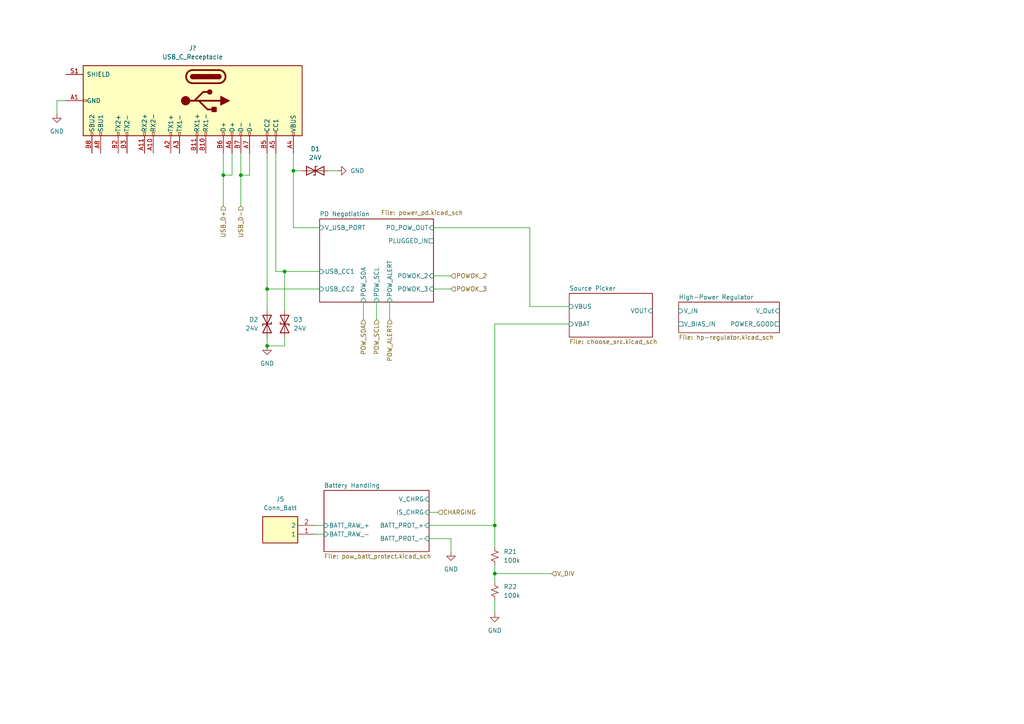
<source format=kicad_sch>
(kicad_sch (version 20230121) (generator eeschema)
  (paper "A4")
  (lib_symbols
    (symbol "Connector:USB_C_Receptacle" (pin_names (offset 1.016))
      (property "Reference" "J" (at -10.16 29.21 0))
      (property "Value" "USB_C_Receptacle" (at 10.16 29.21 0))
      (symbol "USB_C_Receptacle_0_0"
        (rectangle (start -0.254 -35.56) (end 0.254 -34.544))
        (rectangle (start 10.16 -32.766) (end 9.144 -33.274))
        (rectangle (start 10.16 -30.226) (end 9.144 -30.734))
        (rectangle (start 10.16 -25.146) (end 9.144 -25.654))
        (rectangle (start 10.16 -22.606) (end 9.144 -23.114))
        (rectangle (start 10.16 -17.526) (end 9.144 -18.034))
        (rectangle (start 10.16 -14.986) (end 9.144 -15.494))
        (rectangle (start 10.16 -9.906) (end 9.144 -10.414))
        (rectangle (start 10.16 -7.366) (end 9.144 -7.874))
        (rectangle (start 10.16 -2.286) (end 9.144 -2.794))
        (rectangle (start 10.16 0.254) (end 9.144 -0.254))
        (rectangle (start 10.16 5.334) (end 9.144 4.826))
        (rectangle (start 10.16 7.874) (end 9.144 7.366))
        (rectangle (start 10.16 10.414) (end 9.144 9.906))
        (rectangle (start 10.16 12.954) (end 9.144 12.446))
        (rectangle (start 10.16 18.034) (end 9.144 17.526))
        (rectangle (start 10.16 20.574) (end 9.144 20.066))
        (rectangle (start 10.16 25.654) (end 9.144 25.146))
      )
      (symbol "USB_C_Receptacle_0_1"
        (rectangle (start -10.16 27.94) (end 10.16 -35.56) (stroke (width 0.254)) (fill (type background)))
        (arc (start -8.89 -3.81) (mid -6.985 -5.7067) (end -5.08 -3.81) (stroke (width 0.508)))
        (arc (start -7.62 -3.81) (mid -6.985 -4.4423) (end -6.35 -3.81) (stroke (width 0.254)))
        (arc (start -7.62 -3.81) (mid -6.985 -4.4423) (end -6.35 -3.81) (stroke (width 0.254)) (fill (type outline)))
        (rectangle (start -7.62 -3.81) (end -6.35 3.81) (stroke (width 0.254)) (fill (type outline)))
        (arc (start -6.35 3.81) (mid -6.985 4.4423) (end -7.62 3.81) (stroke (width 0.254)))
        (arc (start -6.35 3.81) (mid -6.985 4.4423) (end -7.62 3.81) (stroke (width 0.254)) (fill (type outline)))
        (arc (start -5.08 3.81) (mid -6.985 5.7067) (end -8.89 3.81) (stroke (width 0.508)))
        (polyline (pts (xy -8.89 -3.81) (xy -8.89 3.81)) (stroke (width 0.508)))
        (polyline (pts (xy -5.08 3.81) (xy -5.08 -3.81)) (stroke (width 0.508)))
      )
      (symbol "USB_C_Receptacle_1_1"
        (circle (center -2.54 1.143) (radius 0.635) (stroke (width 0.254)) (fill (type outline)))
        (circle (center 0 -5.842) (radius 1.27) (fill (type outline)))
        (polyline (pts (xy 0 -5.842) (xy 0 4.318)) (stroke (width 0.508)))
        (polyline (pts (xy 0 -3.302) (xy -2.54 -0.762) (xy -2.54 0.508)) (stroke (width 0.508)))
        (polyline (pts (xy 0 -2.032) (xy 2.54 0.508) (xy 2.54 1.778)) (stroke (width 0.508)))
        (polyline (pts (xy -1.27 4.318) (xy 0 6.858) (xy 1.27 4.318) (xy -1.27 4.318)) (stroke (width 0.254)) (fill (type outline)))
        (rectangle (start 1.905 1.778) (end 3.175 3.048) (stroke (width 0.254)) (fill (type outline)))
        (pin passive line (at 0 -40.64 90) (length 5.08) (name "GND") (number "A1"))
        (pin bidirectional line (at 15.24 -15.24 180) (length 5.08) (name "RX2-") (number "A10"))
        (pin bidirectional line (at 15.24 -17.78 180) (length 5.08) (name "RX2+") (number "A11"))
        (pin passive line (at 0 -40.64 90) (length 5.08) hide (name "GND") (number "A12"))
        (pin bidirectional line (at 15.24 -10.16 180) (length 5.08) (name "TX1+") (number "A2"))
        (pin bidirectional line (at 15.24 -7.62 180) (length 5.08) (name "TX1-") (number "A3"))
        (pin passive line (at 15.24 25.4 180) (length 5.08) (name "VBUS") (number "A4"))
        (pin bidirectional line (at 15.24 20.32 180) (length 5.08) (name "CC1") (number "A5"))
        (pin bidirectional line (at 15.24 7.62 180) (length 5.08) (name "D+") (number "A6"))
        (pin bidirectional line (at 15.24 12.7 180) (length 5.08) (name "D-") (number "A7"))
        (pin bidirectional line (at 15.24 -30.48 180) (length 5.08) (name "SBU1") (number "A8"))
        (pin passive line (at 15.24 25.4 180) (length 5.08) hide (name "VBUS") (number "A9"))
        (pin passive line (at 0 -40.64 90) (length 5.08) hide (name "GND") (number "B1"))
        (pin bidirectional line (at 15.24 0 180) (length 5.08) (name "RX1-") (number "B10"))
        (pin bidirectional line (at 15.24 -2.54 180) (length 5.08) (name "RX1+") (number "B11"))
        (pin passive line (at 0 -40.64 90) (length 5.08) hide (name "GND") (number "B12"))
        (pin bidirectional line (at 15.24 -25.4 180) (length 5.08) (name "TX2+") (number "B2"))
        (pin bidirectional line (at 15.24 -22.86 180) (length 5.08) (name "TX2-") (number "B3"))
        (pin passive line (at 15.24 25.4 180) (length 5.08) hide (name "VBUS") (number "B4"))
        (pin bidirectional line (at 15.24 17.78 180) (length 5.08) (name "CC2") (number "B5"))
        (pin bidirectional line (at 15.24 5.08 180) (length 5.08) (name "D+") (number "B6"))
        (pin bidirectional line (at 15.24 10.16 180) (length 5.08) (name "D-") (number "B7"))
        (pin bidirectional line (at 15.24 -33.02 180) (length 5.08) (name "SBU2") (number "B8"))
        (pin passive line (at 15.24 25.4 180) (length 5.08) hide (name "VBUS") (number "B9"))
        (pin passive line (at -7.62 -40.64 90) (length 5.08) (name "SHIELD") (number "S1"))
      )
    )
    (symbol "Device:D_TVS" (pin_numbers hide) (pin_names (offset 1.016) hide)
      (property "Reference" "D" (at 0 2.54 0))
      (property "Value" "D_TVS" (at 0 -2.54 0))
      (symbol "D_TVS_0_1"
        (polyline (pts (xy 1.27 0) (xy -1.27 0)))
        (polyline (pts (xy 0.508 1.27) (xy 0 1.27) (xy 0 -1.27) (xy -0.508 -1.27)) (stroke (width 0.254)))
        (polyline (pts (xy -2.54 1.27) (xy -2.54 -1.27) (xy 2.54 1.27) (xy 2.54 -1.27) (xy -2.54 1.27)) (stroke (width 0.254)))
      )
      (symbol "D_TVS_1_1"
        (pin passive line (at -3.81 0 0) (length 2.54) (name "A1") (number "1"))
        (pin passive line (at 3.81 0 180) (length 2.54) (name "A2") (number "2"))
      )
    )
    (symbol "Device:R_Small_US" (pin_numbers hide) (pin_names (offset 0.254) hide)
      (property "Reference" "R" (at 0.762 0.508 0))
      (property "Value" "R_Small_US" (at 0.762 -1.016 0))
      (symbol "R_Small_US_1_1"
        (polyline (pts (xy 0 0) (xy 1.016 -0.381) (xy 0 -0.762) (xy -1.016 -1.143) (xy 0 -1.524)))
        (polyline (pts (xy 0 1.524) (xy 1.016 1.143) (xy 0 0.762) (xy -1.016 0.381) (xy 0 0)))
        (pin passive line (at 0 2.54 270) (length 1.016) (name "~") (number "1"))
        (pin passive line (at 0 -2.54 90) (length 1.016) (name "~") (number "2"))
      )
    )
    (symbol "imports-new:1546551-2"
      (property "Reference" "J" (at 16.51 7.62 0))
      (property "Value" "1546551-2" (at 16.51 5.08 0))
      (symbol "1546551-2_1_1"
        (rectangle (start 5.08 2.54) (end 15.24 -5.08) (stroke (width 0.254)) (fill (type background)))
        (pin passive line (at 0 0 0) (length 5.08) (name "1") (number "1"))
        (pin passive line (at 0 -2.54 0) (length 5.08) (name "2") (number "2"))
      )
    )
    (symbol "power:GND" (power) (pin_names (offset 0))
      (property "Value" "GND" (at 0 -3.81 0))
      (symbol "GND_0_1"
        (polyline (pts (xy 0 0) (xy 0 -1.27) (xy 1.27 -1.27) (xy 0 -2.54) (xy -1.27 -1.27) (xy 0 -1.27)))
      )
      (symbol "GND_1_1"
        (pin power_in line (at 0 0 270) (length 0) hide (name "GND") (number "1"))
      )
    )
  )
  (junction (at 143.51 166.37))
  (junction (at 69.85 50.8))
  (junction (at 82.55 78.74))
  (junction (at 77.47 100.33))
  (junction (at 77.47 83.82))
  (junction (at 85.09 49.53))
  (junction (at 64.77 50.8))
  (junction (at 143.51 152.4))
  (wire (pts (xy 82.55 78.74) (xy 92.71 78.74)))
  (wire (pts (xy 16.51 33.02) (xy 16.51 29.21)))
  (wire (pts (xy 125.73 83.82) (xy 130.81 83.82)))
  (wire (pts (xy 77.47 97.79) (xy 77.47 100.33)))
  (wire (pts (xy 143.51 93.98) (xy 143.51 152.4)))
  (wire (pts (xy 130.81 156.21) (xy 130.81 160.02)))
  (wire (pts (xy 143.51 152.4) (xy 143.51 158.75)))
  (wire (pts (xy 77.47 83.82) (xy 92.71 83.82)))
  (wire (pts (xy 72.39 44.45) (xy 72.39 50.8)))
  (wire (pts (xy 77.47 83.82) (xy 77.47 90.17)))
  (wire (pts (xy 92.71 66.04) (xy 85.09 66.04)))
  (wire (pts (xy 85.09 49.53) (xy 85.09 66.04)))
  (wire (pts (xy 125.73 80.01) (xy 130.81 80.01)))
  (wire (pts (xy 72.39 50.8) (xy 69.85 50.8)))
  (wire (pts (xy 91.44 152.4) (xy 93.98 152.4)))
  (wire (pts (xy 105.41 87.63) (xy 105.41 92.71)))
  (wire (pts (xy 125.73 66.04) (xy 153.67 66.04)))
  (wire (pts (xy 165.1 93.98) (xy 143.51 93.98)))
  (wire (pts (xy 91.44 154.94) (xy 93.98 154.94)))
  (wire (pts (xy 124.46 148.59) (xy 127 148.59)))
  (wire (pts (xy 80.01 44.45) (xy 80.01 78.74)))
  (wire (pts (xy 85.09 49.53) (xy 85.09 44.45)))
  (wire (pts (xy 143.51 173.99) (xy 143.51 177.8)))
  (wire (pts (xy 64.77 50.8) (xy 64.77 59.69)))
  (wire (pts (xy 113.03 87.63) (xy 113.03 92.71)))
  (wire (pts (xy 67.31 44.45) (xy 67.31 50.8)))
  (wire (pts (xy 16.51 29.21) (xy 19.05 29.21)))
  (wire (pts (xy 95.25 49.53) (xy 97.79 49.53)))
  (wire (pts (xy 80.01 78.74) (xy 82.55 78.74)))
  (wire (pts (xy 67.31 50.8) (xy 64.77 50.8)))
  (wire (pts (xy 69.85 50.8) (xy 69.85 59.69)))
  (wire (pts (xy 153.67 88.9) (xy 165.1 88.9)))
  (wire (pts (xy 77.47 44.45) (xy 77.47 83.82)))
  (wire (pts (xy 124.46 156.21) (xy 130.81 156.21)))
  (wire (pts (xy 109.22 87.63) (xy 109.22 92.71)))
  (wire (pts (xy 82.55 97.79) (xy 82.55 100.33)))
  (wire (pts (xy 64.77 44.45) (xy 64.77 50.8)))
  (wire (pts (xy 143.51 166.37) (xy 143.51 168.91)))
  (wire (pts (xy 85.09 49.53) (xy 87.63 49.53)))
  (wire (pts (xy 82.55 78.74) (xy 82.55 90.17)))
  (wire (pts (xy 153.67 66.04) (xy 153.67 88.9)))
  (wire (pts (xy 143.51 163.83) (xy 143.51 166.37)))
  (wire (pts (xy 160.02 166.37) (xy 143.51 166.37)))
  (wire (pts (xy 82.55 100.33) (xy 77.47 100.33)))
  (wire (pts (xy 124.46 152.4) (xy 143.51 152.4)))
  (wire (pts (xy 69.85 50.8) (xy 69.85 44.45)))
  (hierarchical_label "POWOK_2" (shape input) (at 130.81 80.01 0))
  (hierarchical_label "CHARGING" (shape input) (at 127 148.59 0))
  (hierarchical_label "POW_SDA" (shape input) (at 105.41 92.71 270))
  (hierarchical_label "V_DIV" (shape input) (at 160.02 166.37 0))
  (hierarchical_label "POW_SCL" (shape input) (at 109.22 92.71 270))
  (hierarchical_label "USB_D-" (shape input) (at 69.85 59.69 270))
  (hierarchical_label "POWOK_3" (shape input) (at 130.81 83.82 0))
  (hierarchical_label "USB_D+" (shape input) (at 64.77 59.69 270))
  (hierarchical_label "POW_ALERT" (shape input) (at 113.03 92.71 270))
  (symbol (lib_id "Connector:USB_C_Receptacle") (at 59.69 29.21 270) (unit 1)
    (property "Reference" "J?" (at 55.88 13.97 90))
    (property "Value" "USB_C_Receptacle" (at 55.88 16.51 90))
    (property "Datasheet" "https://www.usb.org/sites/default/files/documents/usb_type-c.zip" (effects hide))
    (instances (project "stacked-boards" (path "" (reference "J?") (unit 1)) (path "" (reference "J4") (unit 1))))
  )
  (symbol (lib_id "Device:D_TVS") (at 77.47 93.98 270) (mirror x) (unit 1)
    (property "Reference" "D2" (at 74.93 92.71 90) (effects (justify right)))
    (property "Value" "24V" (at 74.93 95.25 90) (effects (justify right)))
    (property "Footprint" "Diode_SMD:D_SMA" (effects hide))
    (property "Datasheet" "https://www.mouser.com/datasheet/2/54/SMAJ-778033.pdf" (effects hide))
    (property "JLCPCB Part #" "C1973707" (effects hide))
    (property "Manufacturer" "BOURNS" (effects hide))
    (property "Manufacturer_Part_Number" "SMAJ22A " (effects hide))
    (property "Mouser Part Number" "652-SMAJ22A" (effects hide))
  )
  (symbol (lib_id "Device:D_TVS") (at 91.44 49.53 0) (unit 1)
    (property "Reference" "D1" (at 91.44 43.18 0))
    (property "Value" "24V" (at 91.44 45.72 0))
    (property "Footprint" "Diode_SMD:D_SMA" (effects hide))
    (property "Datasheet" "https://www.mouser.com/datasheet/2/54/SMAJ-778033.pdf" (effects hide))
    (property "JLCPCB Part #" "C1973707" (effects hide))
    (property "Manufacturer" "BOURNS" (effects hide))
    (property "Manufacturer_Part_Number" "SMAJ22A " (effects hide))
    (property "Mouser Part Number" "652-SMAJ22A" (effects hide))
  )
  (symbol (lib_id "imports-new:1546551-2") (at 91.44 154.94 180) (unit 1)
    (property "Reference" "J5" (at 81.28 144.78 0))
    (property "Value" "Conn_Batt" (at 81.28 147.32 0))
    (property "Footprint" "15465512" (effects hide))
    (property "Datasheet" "https://www.te.com/commerce/DocumentDelivery/DDEController?Action=srchrtrv&DocNm=1546551&DocType=Customer+Drawing&DocLang=English&DocFormat=pdf&PartCntxt=1546551-2" (effects hide))
    (property "Height" "8.5" (effects hide))
    (property "Mouser Part Number" "571-1546551-2" (effects hide))
    (property "Mouser Price/Stock" "https://www.mouser.co.uk/ProductDetail/TE-Connectivity/1546551-2?qs=m%2FhmcwQ75LmjcSTRMY1QVQ%3D%3D" (effects hide))
    (property "Manufacturer_Name" "TE Connectivity" (effects hide))
    (property "Manufacturer_Part_Number" "1546551-2" (effects hide))
  )
  (symbol (lib_id "power:GND") (at 97.79 49.53 90) (unit 1)
    (property "Reference" "#PWR016" (effects hide))
    (property "Value" "GND" (at 101.6 49.53 90) (effects (justify right)))
  )
  (symbol (lib_id "Device:R_Small_US") (at 143.51 161.29 0) (unit 1)
    (property "Reference" "R21" (at 146.05 160.02 0) (effects (justify left)))
    (property "Value" "100k" (at 146.05 162.56 0) (effects (justify left)))
  )
  (symbol (lib_id "power:GND") (at 130.81 160.02 0) (unit 1)
    (property "Reference" "#PWR018" (effects hide))
    (property "Value" "GND" (at 130.81 165.1 0))
  )
  (symbol (lib_id "Device:D_TVS") (at 82.55 93.98 90) (unit 1)
    (property "Reference" "D3" (at 85.09 92.71 90) (effects (justify right)))
    (property "Value" "24V" (at 85.09 95.25 90) (effects (justify right)))
    (property "Footprint" "Diode_SMD:D_SMA" (effects hide))
    (property "Datasheet" "https://www.mouser.com/datasheet/2/54/SMAJ-778033.pdf" (effects hide))
    (property "JLCPCB Part #" "C1973707" (effects hide))
    (property "Manufacturer" "BOURNS" (effects hide))
    (property "Manufacturer_Part_Number" "SMAJ22A " (effects hide))
    (property "Mouser Part Number" "652-SMAJ22A" (effects hide))
  )
  (symbol (lib_id "power:GND") (at 77.47 100.33 0) (unit 1)
    (property "Reference" "#PWR017" (effects hide))
    (property "Value" "GND" (at 77.47 105.41 0))
  )
  (symbol (lib_id "Device:R_Small_US") (at 143.51 171.45 0) (unit 1)
    (property "Reference" "R22" (at 146.05 170.18 0) (effects (justify left)))
    (property "Value" "100k" (at 146.05 172.72 0) (effects (justify left)))
  )
  (symbol (lib_id "power:GND") (at 143.51 177.8 0) (unit 1)
    (property "Reference" "#PWR044" (effects hide))
    (property "Value" "GND" (at 143.51 182.88 0))
    (instances (project "stacked-boards" (path "" (reference "#PWR044") (unit 1)) (path "" (reference "#PWR023") (unit 1))))
  )
  (symbol (lib_id "power:GND") (at 16.51 33.02 0) (unit 1)
    (property "Reference" "#PWR015" (effects hide))
    (property "Value" "GND" (at 16.51 38.1 0))
  )
  (sheet (at 165.1 85.09) (size 24.13 12.7) (stroke (width 0.1524))
    (property "Sheetname" "Source Picker" (at 165.1 84.3784 0) (effects (justify left bottom)))
    (property "Sheetfile" "choose_src.kicad_sch" (at 165.1 98.3746 0) (effects (justify left top)))
    (pin "VBUS" input (at 165.1 88.9 180))
    (pin "VBAT" input (at 165.1 93.98 180))
    (pin "VOUT" input (at 189.23 90.17 0))
  )
  (sheet (at 92.71 63.5) (size 33.02 24.13) (stroke (width 0.1524))
    (property "Sheetname" "PD Negotiation" (at 92.71 62.7884 0) (effects (justify left bottom)))
    (property "Sheetfile" "power_pd.kicad_sch" (at 110.49 60.96 0) (effects (justify left top)))
    (pin "POWOK_2" input (at 125.73 80.01 0))
    (pin "POWOK_3" input (at 125.73 83.82 0))
    (pin "PD_POW_OUT" input (at 125.73 66.04 0))
    (pin "V_USB_PORT" input (at 92.71 66.04 180))
    (pin "USB_CC1" input (at 92.71 78.74 180))
    (pin "USB_CC2" input (at 92.71 83.82 180))
    (pin "POW_SDA" input (at 105.41 87.63 270))
    (pin "POW_SCL" input (at 109.22 87.63 270))
    (pin "POW_ALERT" input (at 113.03 87.63 270))
    (pin "PLUGGED_IN" passive (at 125.73 69.85 0))
  )
  (sheet (at 196.85 87.63) (size 29.21 8.89) (stroke (width 0.1524))
    (property "Sheetname" "High-Power Regulator" (at 196.85 86.9184 0) (effects (justify left bottom)))
    (property "Sheetfile" "hp-regulator.kicad_sch" (at 196.85 97.1046 0) (effects (justify left top)))
    (pin "V_IN" input (at 196.85 90.17 180))
    (pin "POWER_GOOD" passive (at 226.06 93.98 0))
    (pin "V_BIAS_IN" passive (at 196.85 93.98 180))
    (pin "V_Out" input (at 226.06 90.17 0))
  )
  (sheet (at 93.98 142.24) (size 30.48 17.78) (stroke (width 0.1524))
    (property "Sheetname" "Battery Handling" (at 93.98 141.5284 0) (effects (justify left bottom)))
    (property "Sheetfile" "pow_batt_protect.kicad_sch" (at 93.98 160.6046 0) (effects (justify left top)))
    (pin "BATT_PROT_+" input (at 124.46 152.4 0))
    (pin "V_CHRG" input (at 124.46 144.78 0))
    (pin "BATT_PROT_-" input (at 124.46 156.21 0))
    (pin "BATT_RAW_+" input (at 93.98 152.4 180))
    (pin "BATT_RAW_-" input (at 93.98 154.94 180))
    (pin "IS_CHRG" input (at 124.46 148.59 0))
  )
)
</source>
